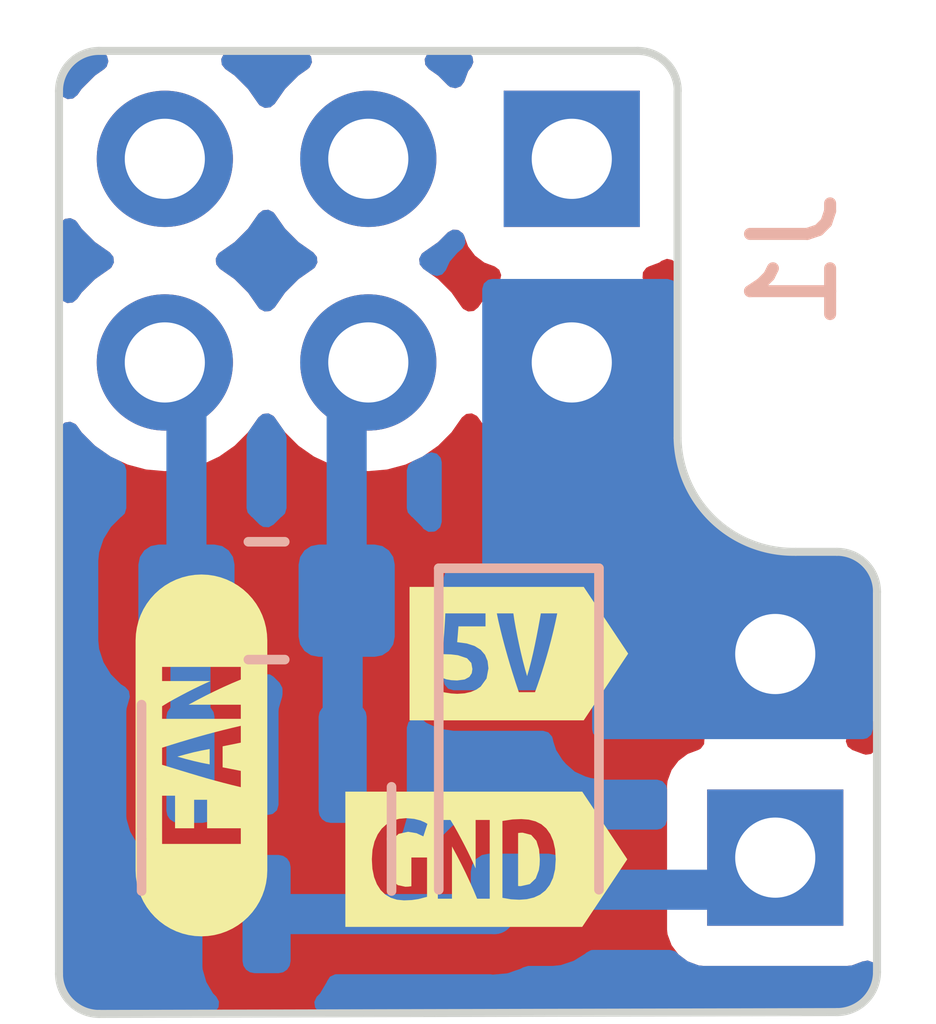
<source format=kicad_pcb>
(kicad_pcb (version 20221018) (generator pcbnew)
  (title_block (comment 4 "AISLER Project ID: RPDWSYAT"))
  (layers (0 "F.Cu" signal "Front") (31 "B.Cu" signal "Back") (34 "B.Paste" user) (35 "F.Paste" user) (36 "B.SilkS" user "B.Silkscreen") (37 "F.SilkS" user "F.Silkscreen") (38 "B.Mask" user) (39 "F.Mask" user) (44 "Edge.Cuts" user))
  (net 0 "")
  (net 1 "+5V")
  (net 2 "Net-(D1-A)")
  (net 6 "GND")
  (net 7 "/FAN_GPIO")
  (footprint "kibuzzard-64B3D6E3" (layer "F.Cu") (at 108.7374 70.3072)
    (fp_text reference "kibuzzard-64B3D6E3" hide)
    (fp_text value "G***" hide)
    (fp_poly (pts (xy -1.033903 -0.832379) (xy -1.364633 -0.832379) (xy -1.364633 0.832379) (xy -1.033903 0.832379) (xy -0.768791 0.832379) (xy -0.768791 0.50165) (xy -0.846578 0.496888) (xy -0.922778 0.484981) (xy -0.98866 0.468313) (xy -1.033903 0.45085) (xy -0.994216 0.288925) (xy -0.905316 0.320675) (xy -0.844594 0.331391) (xy -0.770378 0.334963) (xy -0.675922 0.322263) (xy -0.617185 0.289719) (xy -0.587816 0.244475) (xy -0.579878 0.192088) (xy -0.593372 0.116681) (xy -0.647347 0.057944) (xy -0.762441 0.019844) (xy -0.848563 0.009723) (xy -0.957703 0.00635) (xy -0.943416 -0.125611) (xy -0.932303 -0.254794) (xy -0.923969 -0.380405) (xy -0.918016 -0.50165) (xy -0.416366 -0.50165) (xy -0.416366 -0.339725) (xy -0.754503 -0.339725) (xy -0.762441 -0.233362) (xy -0.770378 -0.142875) (xy -0.650258 -0.126647) (xy -0.552362 -0.094897) (xy -0.476691 -0.047625) (xy -0.422892 0.014817) (xy -0.390613 0.092075) (xy -0.379853 0.18415) (xy -0.403666 0.310356) (xy -0.476691 0.411163) (xy -0.531857 0.449263) (xy -0.598928 0.477838) (xy -0.677907 0.495697) (xy -0.768791 0.50165) (xy -0.768791 0.832379) (xy -0.000441 0.832379) (xy -0.000441 0.481013) (xy -0.039732 0.364331) (xy -0.081403 0.233363) (xy -0.109449 0.141376) (xy -0.136437 0.049565) (xy -0.162366 -0.042069) (xy -0.186884 -0.131939) (xy -0.209638 -0.218458) (xy -0.230628 -0.301625) (xy -0.256822 -0.41275) (xy -0.275078 -0.50165) (xy -0.068703 -0.50165) (xy -0.056797 -0.419298) (xy -0.040128 -0.324644) (xy -0.020086 -0.22225) (xy 0.00194 -0.116681) (xy 0.025753 -0.010319) (xy 0.051153 0.094456) (xy 0.077148 0.19308) (xy 0.102747 0.280988) (xy 0.128147 0.19427) (xy 0.153547 0.096044) (xy 0.178153 -0.008731) (xy 0.201172 -0.115094) (xy 0.222603 -0.220861) (xy 0.242447 -0.32385) (xy 0.259909 -0.4191) (xy 0.274197 -0.50165) (xy 0.478984 -0.50165) (xy 0.457751 -0.400844) (xy 0.432153 -0.288925) (xy 0.402387 -0.168473) (xy 0.368653 -0.042069) (xy 0.344047 0.044715) (xy 0.317853 0.132556) (xy 0.290072 0.221456) (xy 0.261144 0.309915) (xy 0.23151 0.396434) (xy 0.201172 0.481013) (xy -0.000441 0.481013) (xy -0.000441 0.832379) (xy 0.478984 0.832379) (xy 0.809713 0.832379) (xy 1.364633 0) (xy 0.809713 -0.832379) (xy 0.478984 -0.832379) (xy -1.033903 -0.832379)) (fill solid) (layer "F.SilkS"))
  )
  (footprint "Connector_PinHeader_2.54mm:PinHeader_1x02_P2.54mm_Vertical" (layer "F.Cu") (at 111.9378 72.8522 180)
    (fp_text reference "FAN1" hide)
    (fp_text value "~")
    (pad "1" thru_hole rect (at 0 0 180) (size 1.7 1.7) (drill 1) (layers "*.Cu" "*.Mask") (net 2 "Net-(D1-A)"))
    (pad "2" thru_hole oval (at 0 2.54 180) (size 1.7 1.7) (drill 1) (layers "*.Cu" "*.Mask") (net 1 "+5V"))
  )
  (footprint "kibuzzard-64B3D766" (layer "F.Cu") (at 104.775 71.5772 90)
    (fp_text reference "kibuzzard-64B3D766" hide)
    (fp_text value "G***" hide)
    (fp_poly (pts (xy -0.015081 -0.300831) (xy -0.04445 -0.195263) (xy -0.06985 -0.096837) (xy -0.092075 0.000794) (xy -0.111919 0.102394) (xy 0.080169 0.102394) (xy 0.061119 0.000794) (xy 0.039688 -0.096837) (xy 0.014288 -0.195263) (xy -0.015081 -0.300831)) (fill solid) (layer "F.SilkS"))
    (fp_poly (pts (xy -1.104106 -0.82206) (xy -1.434835 -0.82206) (xy -1.515411 -0.818102) (xy -1.595211 -0.806265) (xy -1.673467 -0.786663) (xy -1.749424 -0.759485) (xy -1.822352 -0.724993) (xy -1.891548 -0.683518) (xy -1.956345 -0.635461) (xy -2.01612 -0.581284) (xy -2.070297 -0.52151) (xy -2.118354 -0.456712) (xy -2.159828 -0.387517) (xy -2.19432 -0.314589) (xy -2.221498 -0.238632) (xy -2.2411 -0.160376) (xy -2.252937 -0.080576) (xy -2.256896 0) (xy -2.252937 0.080576) (xy -2.2411 0.160376) (xy -2.221498 0.238632) (xy -2.19432 0.314589) (xy -2.159828 0.387517) (xy -2.118354 0.456712) (xy -2.070297 0.52151) (xy -2.01612 0.581284) (xy -1.956345 0.635461) (xy -1.891548 0.683518) (xy -1.822352 0.724993) (xy -1.749424 0.759485) (xy -1.673467 0.786663) (xy -1.595211 0.806265) (xy -1.515411 0.818102) (xy -1.434835 0.82206) (xy -1.104106 0.82206) (xy -1.104106 0.491331) (xy -1.104106 -0.491331) (xy -0.502444 -0.491331) (xy -0.502444 -0.329406) (xy -0.908844 -0.329406) (xy -0.908844 -0.091281) (xy -0.553244 -0.091281) (xy -0.553244 0.070644) (xy -0.908844 0.070644) (xy -0.908844 0.491331) (xy -1.104106 0.491331) (xy -1.104106 0.82206) (xy 0.159544 0.82206) (xy 0.159544 0.491331) (xy 0.113506 0.264319) (xy -0.148431 0.264319) (xy -0.192881 0.491331) (xy -0.396081 0.491331) (xy -0.368078 0.37719) (xy -0.339947 0.267176) (xy -0.31169 0.16129) (xy -0.283305 0.059531) (xy -0.254794 -0.0381) (xy -0.219373 -0.156021) (xy -0.184547 -0.270867) (xy -0.150316 -0.382637) (xy -0.116681 -0.491331) (xy 0.096044 -0.491331) (xy 0.130919 -0.381744) (xy 0.165695 -0.268883) (xy 0.200372 -0.152747) (xy 0.23495 -0.033338) (xy 0.262414 0.065119) (xy 0.28956 0.166815) (xy 0.316389 0.271748) (xy 0.3429 0.379921) (xy 0.369094 0.491331) (xy 0.159544 0.491331) (xy 0.159544 0.82206) (xy 0.946944 0.82206) (xy 0.946944 0.491331) (xy 0.901171 0.382411) (xy 0.852752 0.273667) (xy 0.801688 0.1651) (xy 0.747977 0.056533) (xy 0.691621 -0.052211) (xy 0.632619 -0.161131) (xy 0.632619 0.491331) (xy 0.456406 0.491331) (xy 0.456406 -0.491331) (xy 0.613569 -0.491331) (xy 0.658019 -0.418505) (xy 0.702469 -0.339725) (xy 0.746323 -0.258167) (xy 0.788988 -0.177006) (xy 0.829469 -0.097234) (xy 0.866775 -0.019844) (xy 0.899914 0.051594) (xy 0.927894 0.113506) (xy 0.927894 -0.491331) (xy 1.104106 -0.491331) (xy 1.104106 0.491331) (xy 0.946944 0.491331) (xy 0.946944 0.82206) (xy 1.104106 0.82206) (xy 1.434835 0.82206) (xy 1.515411 0.818102) (xy 1.595211 0.806265) (xy 1.673467 0.786663) (xy 1.749424 0.759485) (xy 1.822352 0.724993) (xy 1.891548 0.683518) (xy 1.956345 0.635461) (xy 2.01612 0.581284) (xy 2.070297 0.52151) (xy 2.118354 0.456712) (xy 2.159828 0.387517) (xy 2.19432 0.314589) (xy 2.221498 0.238632) (xy 2.2411 0.160376) (xy 2.252937 0.080576) (xy 2.256896 0) (xy 2.252937 -0.080576) (xy 2.2411 -0.160376) (xy 2.221498 -0.238632) (xy 2.19432 -0.314589) (xy 2.159828 -0.387517) (xy 2.118354 -0.456712) (xy 2.070297 -0.52151) (xy 2.01612 -0.581284) (xy 1.956345 -0.635461) (xy 1.891548 -0.683518) (xy 1.822352 -0.724993) (xy 1.749424 -0.759485) (xy 1.673467 -0.786663) (xy 1.595211 -0.806265) (xy 1.515411 -0.818102) (xy 1.434835 -0.82206) (xy 1.104106 -0.82206) (xy -1.104106 -0.82206)) (fill solid) (layer "F.SilkS"))
  )
  (footprint "kibuzzard-64B3D6D5" (layer "F.Cu") (at 108.331 72.8726)
    (fp_text reference "kibuzzard-64B3D6D5" hide)
    (fp_text value "G***" hide)
    (fp_poly (pts (xy 0.396699 0.333375) (xy 0.414161 0.334962) (xy 0.431624 0.334962) (xy 0.543542 0.309562) (xy 0.616567 0.239712) (xy 0.656255 0.134144) (xy 0.665185 0.070048) (xy 0.668161 0) (xy 0.658636 -0.123825) (xy 0.625299 -0.230188) (xy 0.560211 -0.304006) (xy 0.453849 -0.331788) (xy 0.425274 -0.330994) (xy 0.396699 -0.327025) (xy 0.396699 0.333375)) (fill solid) (layer "F.SilkS"))
    (fp_poly (pts (xy -1.428926 -0.843492) (xy -1.759656 -0.843492) (xy -1.759656 0.843492) (xy -1.428926 0.843492) (xy -1.027289 0.843492) (xy -1.027289 0.512762) (xy -1.1148 0.504627) (xy -1.193183 0.480219) (xy -1.261644 0.439737) (xy -1.319389 0.383381) (xy -1.365823 0.31115) (xy -1.400351 0.223044) (xy -1.421783 0.119261) (xy -1.428926 0) (xy -1.420592 -0.11807) (xy -1.395589 -0.221456) (xy -1.356298 -0.309761) (xy -1.305101 -0.382588) (xy -1.242792 -0.439539) (xy -1.170164 -0.480219) (xy -1.089598 -0.504627) (xy -1.003476 -0.512763) (xy -0.901083 -0.504031) (xy -0.822501 -0.484188) (xy -0.767733 -0.460375) (xy -0.735189 -0.441325) (xy -0.785989 -0.28575) (xy -0.871714 -0.325438) (xy -0.976489 -0.3429) (xy -1.093964 -0.3175) (xy -1.172545 -0.246856) (xy -1.216995 -0.138906) (xy -1.227115 -0.072827) (xy -1.230489 0) (xy -1.224315 0.107156) (xy -1.205794 0.193675) (xy -1.174926 0.259556) (xy -1.106267 0.322064) (xy -1.011414 0.3429) (xy -0.973314 0.341312) (xy -0.935214 0.33655) (xy -0.935214 -0.022225) (xy -0.739951 -0.022225) (xy -0.739951 0.468312) (xy -0.848695 0.496887) (xy -0.930253 0.508794) (xy -1.027289 0.512762) (xy -1.027289 0.843492) (xy -0.114476 0.843492) (xy -0.114476 0.492125) (xy -0.160249 0.383205) (xy -0.208668 0.274461) (xy -0.259733 0.165894) (xy -0.313443 0.057326) (xy -0.369799 -0.051417) (xy -0.428801 -0.160338) (xy -0.428801 0.492125) (xy -0.605014 0.492125) (xy -0.605014 -0.490538) (xy -0.447851 -0.490538) (xy -0.403401 -0.417711) (xy -0.358951 -0.338931) (xy -0.315097 -0.257373) (xy -0.272433 -0.176213) (xy -0.231951 -0.096441) (xy -0.194645 -0.01905) (xy -0.161506 0.052387) (xy -0.133526 0.1143) (xy -0.133526 -0.490538) (xy 0.042686 -0.490538) (xy 0.042686 0.492125) (xy -0.114476 0.492125) (xy -0.114476 0.843492) (xy 0.410986 0.843492) (xy 0.410986 0.504825) (xy 0.308592 0.499269) (xy 0.201436 0.481012) (xy 0.201436 -0.477838) (xy 0.326849 -0.496888) (xy 0.436386 -0.50165) (xy 0.529056 -0.494506) (xy 0.613392 -0.473075) (xy 0.68741 -0.436364) (xy 0.749124 -0.383381) (xy 0.798535 -0.313928) (xy 0.835642 -0.227806) (xy 0.85886 -0.123627) (xy 0.866599 0) (xy 0.858066 0.126405) (xy 0.832467 0.232569) (xy 0.791788 0.319683) (xy 0.738011 0.388937) (xy 0.671931 0.441127) (xy 0.594342 0.477044) (xy 0.506831 0.49788) (xy 0.410986 0.504825) (xy 0.410986 0.843492) (xy 0.866599 0.843492) (xy 1.197328 0.843492) (xy 1.759656 0) (xy 1.197328 -0.843492) (xy 0.866599 -0.843492) (xy -1.428926 -0.843492)) (fill solid) (layer "F.SilkS"))
  )
  (footprint "Diode_SMD:D_SOD-123" (layer "B.Cu") (at 108.7374 71.6026 -90)
    (fp_text reference "D1" hide)
    (fp_text value "SOD123")
    (fp_line (start -2.36 -1) (end 1.65 -1) (stroke (width 0.12)) (layer "B.SilkS"))
    (fp_line (start -2.36 1) (end -2.36 -1) (stroke (width 0.12)) (layer "B.SilkS"))
    (fp_line (start -2.36 1) (end 1.65 1) (stroke (width 0.12)) (layer "B.SilkS"))
    (pad "1" smd roundrect (at -1.65 0 270) (size 0.9 1.2) (layers "B.Cu" "B.Paste" "B.Mask") (net 1 "+5V"))
    (pad "2" smd roundrect (at 1.65 0 270) (size 0.9 1.2) (layers "B.Cu" "B.Paste" "B.Mask") (net 2 "Net-(D1-A)"))
  )
  (footprint "Resistor_SMD:R_0805_2012Metric_Pad1.20x1.40mm_HandSolder" (layer "B.Cu") (at 105.5878 69.6468 180)
    (fp_text reference "R2" hide)
    (fp_text value "10k")
    (fp_line (start -0.227064 -0.735) (end 0.227064 -0.735) (stroke (width 0.12)) (layer "B.SilkS"))
    (fp_line (start -0.227064 0.735) (end 0.227064 0.735) (stroke (width 0.12)) (layer "B.SilkS"))
    (pad "1" smd roundrect (at -1 0 180) (size 1.2 1.4) (layers "B.Cu" "B.Paste" "B.Mask") (roundrect_rratio 0.2083333333) (net 6 "GND"))
    (pad "2" smd roundrect (at 1 0 180) (size 1.2 1.4) (layers "B.Cu" "B.Paste" "B.Mask") (roundrect_rratio 0.2083333333) (net 7 "/FAN_GPIO"))
  )
  (footprint "Package_TO_SOT_SMD:SOT-23" (layer "B.Cu") (at 105.5878 72.6186 -90)
    (fp_text reference "Q1" hide)
    (fp_text value "IRLML2502")
    (fp_line (start 0 -1.56) (end -0.65 -1.56) (stroke (width 0.12)) (layer "B.SilkS"))
    (fp_line (start 0 -1.56) (end 0.65 -1.56) (stroke (width 0.12)) (layer "B.SilkS"))
    (fp_line (start 0 1.56) (end -1.675 1.56) (stroke (width 0.12)) (layer "B.SilkS"))
    (fp_line (start 0 1.56) (end 0.65 1.56) (stroke (width 0.12)) (layer "B.SilkS"))
    (pad "1" smd roundrect (at -0.9375 0.95 270) (size 1.475 0.6) (layers "B.Cu" "B.Paste" "B.Mask") (net 7 "/FAN_GPIO"))
    (pad "2" smd roundrect (at -0.9375 -0.95 270) (size 1.475 0.6) (layers "B.Cu" "B.Paste" "B.Mask") (net 6 "GND"))
    (pad "3" smd roundrect (at 0.9375 0 270) (size 1.475 0.6) (layers "B.Cu" "B.Paste" "B.Mask") (net 2 "Net-(D1-A)"))
  )
  (footprint "Connector_PinSocket_2.54mm:PinSocket_2x03_P2.54mm_Vertical" (layer "B.Cu") (at 109.3978 64.135 90)
    (fp_text reference "J1" (at -1.27 2.77 270) (layer "B.SilkS") (effects (justify mirror)))
    (fp_text value "RPi")
    (pad "1" thru_hole rect (at 0 0 90) (size 1.7 1.7) (drill 1) (layers "*.Cu" "*.Mask"))
    (pad "2" thru_hole oval (at -2.54 0 90) (size 1.7 1.7) (drill 1) (layers "*.Cu" "*.Mask") (net 1 "+5V"))
    (pad "3" thru_hole oval (at 0 -2.54 90) (size 1.7 1.7) (drill 1) (layers "*.Cu" "*.Mask"))
    (pad "4" thru_hole oval (at -2.54 -2.54 90) (size 1.7 1.7) (drill 1) (layers "*.Cu" "*.Mask") (net 6 "GND"))
    (pad "5" thru_hole oval (at 0 -5.08 90) (size 1.7 1.7) (drill 1) (layers "*.Cu" "*.Mask"))
    (pad "6" thru_hole oval (at -2.54 -5.08 90) (size 1.7 1.7) (drill 1) (layers "*.Cu" "*.Mask") (net 7 "/FAN_GPIO"))
  )
  (gr_arc (start 112.19347 69.0372) (mid 111.162312 68.633547) (end 110.7186 67.618982) (stroke (width 0.1)) (layer "Edge.Cuts"))
  (gr_line (start 110.7186 63.286767) (end 110.7186 67.618982) (stroke (width 0.1)) (layer "Edge.Cuts"))
  (gr_arc (start 113.2078 74.278842) (mid 113.061793 74.631955) (end 112.709044 74.778841) (stroke (width 0.1)) (layer "Edge.Cuts"))
  (gr_arc (start 110.220628 62.7888) (mid 110.573462 62.934529) (end 110.720624 63.286767) (stroke (width 0.1)) (layer "Edge.Cuts"))
  (gr_line (start 102.997 74.301755) (end 102.997 63.2888) (stroke (width 0.1)) (layer "Edge.Cuts"))
  (gr_arc (start 102.997 63.2888) (mid 103.143447 62.935247) (end 103.497 62.7888) (stroke (width 0.1)) (layer "Edge.Cuts"))
  (gr_line (start 112.709044 74.778841) (end 103.498244 74.801753) (stroke (width 0.1)) (layer "Edge.Cuts"))
  (gr_line (start 103.497 62.7888) (end 110.220628 62.7888) (stroke (width 0.1)) (layer "Edge.Cuts"))
  (gr_line (start 112.19347 69.0372) (end 112.7078 69.0372) (stroke (width 0.1)) (layer "Edge.Cuts"))
  (gr_line (start 113.2078 69.5372) (end 113.2078 74.278842) (stroke (width 0.1)) (layer "Edge.Cuts"))
  (gr_arc (start 103.498244 74.801753) (mid 103.143903 74.655745) (end 102.997 74.301755) (stroke (width 0.1)) (layer "Edge.Cuts"))
  (gr_arc (start 112.7078 69.0372) (mid 113.061353 69.183647) (end 113.2078 69.5372) (stroke (width 0.1)) (layer "Edge.Cuts"))
  (segment (start 111.5374 73.2526) (end 111.9378 72.8522) (width 0.5) (layer "B.Cu") (net 2))
  (segment (start 108.7374 73.2526) (end 111.5374 73.2526) (width 0.5) (layer "B.Cu") (net 2))
  (segment (start 108.4339 73.5561) (end 108.7374 73.2526) (width 0.5) (layer "B.Cu") (net 2))
  (segment (start 105.5878 73.5561) (end 108.4339 73.5561) (width 0.5) (layer "B.Cu") (net 2))
  (segment (start 106.5878 69.6468) (end 106.5878 66.9704) (width 0.5) (layer "B.Cu") (net 6))
  (segment (start 106.5878 66.9704) (end 106.8578 66.7004) (width 0.5) (layer "B.Cu") (net 6))
  (segment (start 106.5378 71.6811) (end 106.5378 69.6968) (width 0.5) (layer "B.Cu") (net 6))
  (segment (start 106.5378 69.6968) (end 106.5878 69.6468) (width 0.5) (layer "B.Cu") (net 6))
  (segment (start 104.6378 69.6968) (end 104.5878 69.6468) (width 0.5) (layer "B.Cu") (net 7))
  (segment (start 104.5878 69.6468) (end 104.5878 66.9704) (width 0.5) (layer "B.Cu") (net 7))
  (segment (start 104.5878 66.9704) (end 104.3178 66.7004) (width 0.5) (layer "B.Cu") (net 7))
  (segment (start 104.6378 71.6811) (end 104.6378 69.6968) (width 0.5) (layer "B.Cu") (net 7))
  (zone (net 0) (net_name "") (layers "F&B.Cu") (connect_pads (clearance 0.5)) (min_thickness 0.25) (fill yes (thermal_gap 0.5) (thermal_bridge_width 0.5) (smoothing fillet) (island_removal_mode 1) (island_area_min 10))
    (polygon (pts (xy 102.2604 62.1538) (xy 113.9444 62.1538) (xy 113.9444 74.8792) (xy 102.2604 74.93)))
  )
  (zone (net 1) (net_name "+5V") (layer "B.Cu") (priority 1) (connect_pads yes (clearance 0.5)) (min_thickness 0.25) (fill yes (thermal_gap 0.5) (thermal_bridge_width 0.5) (island_removal_mode 1) (island_area_min 10))
    (polygon (pts (xy 108.2802 65.6336) (xy 113.157 65.6336) (xy 113.157 71.374) (xy 109.6518 71.374) (xy 109.6518 70.7644) (xy 107.7976 70.7644) (xy 107.7976 69.2404) (xy 108.2802 69.2404)))
  )
)
</source>
